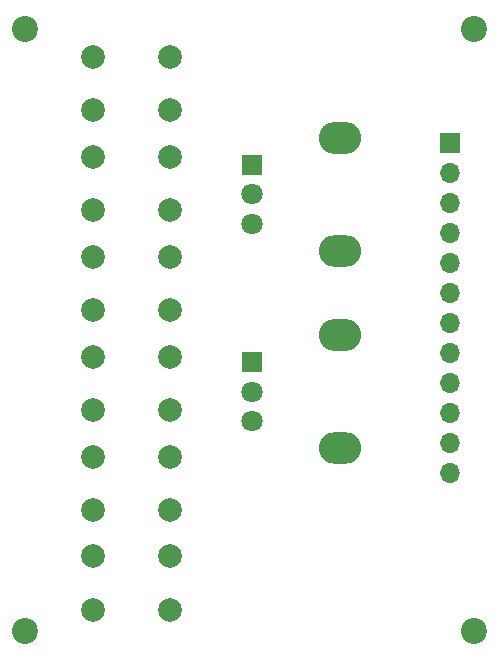
<source format=gbs>
G04 #@! TF.GenerationSoftware,KiCad,Pcbnew,7.0.9*
G04 #@! TF.CreationDate,2024-01-02T17:05:22-06:00*
G04 #@! TF.ProjectId,basic_expander_v2.1,62617369-635f-4657-9870-616e6465725f,rev?*
G04 #@! TF.SameCoordinates,Original*
G04 #@! TF.FileFunction,Soldermask,Bot*
G04 #@! TF.FilePolarity,Negative*
%FSLAX46Y46*%
G04 Gerber Fmt 4.6, Leading zero omitted, Abs format (unit mm)*
G04 Created by KiCad (PCBNEW 7.0.9) date 2024-01-02 17:05:22*
%MOMM*%
%LPD*%
G01*
G04 APERTURE LIST*
%ADD10O,3.580000X2.720000*%
%ADD11O,3.580000X2.696000*%
%ADD12R,1.800000X1.800000*%
%ADD13C,1.800000*%
%ADD14C,2.000000*%
%ADD15R,1.700000X1.700000*%
%ADD16O,1.700000X1.700000*%
%ADD17C,2.200000*%
G04 APERTURE END LIST*
D10*
X90200000Y-69400000D03*
D11*
X90212000Y-78988000D03*
D12*
X82700000Y-71700000D03*
D13*
X82700000Y-74200000D03*
X82700000Y-76700000D03*
D10*
X90200000Y-52700000D03*
D11*
X90212000Y-62288000D03*
D12*
X82700000Y-55000000D03*
D13*
X82700000Y-57500000D03*
X82700000Y-60000000D03*
D14*
X69250000Y-54351222D03*
X75750000Y-54351222D03*
X69250000Y-58851222D03*
X75750000Y-58851222D03*
X69273315Y-88156111D03*
X75773315Y-88156111D03*
X69273315Y-92656111D03*
X75773315Y-92656111D03*
D15*
X99500000Y-53170000D03*
D16*
X99500000Y-55710000D03*
X99500000Y-58250000D03*
X99500000Y-60790000D03*
X99500000Y-63330000D03*
X99500000Y-65870000D03*
X99500000Y-68410000D03*
X99500000Y-70950000D03*
X99500000Y-73490000D03*
X99500000Y-76030000D03*
X99500000Y-78570000D03*
X99500000Y-81110000D03*
D14*
X69250000Y-45900000D03*
X75750000Y-45900000D03*
X69250000Y-50400000D03*
X75750000Y-50400000D03*
X69273315Y-79704888D03*
X75773315Y-79704888D03*
X69273315Y-84204888D03*
X75773315Y-84204888D03*
D17*
X101500000Y-94500000D03*
D14*
X69250000Y-62802444D03*
X75750000Y-62802444D03*
X69250000Y-67302444D03*
X75750000Y-67302444D03*
D17*
X63500000Y-43500000D03*
X101500000Y-43500000D03*
X63500000Y-94500000D03*
D14*
X69250000Y-71253666D03*
X75750000Y-71253666D03*
X69250000Y-75753666D03*
X75750000Y-75753666D03*
M02*

</source>
